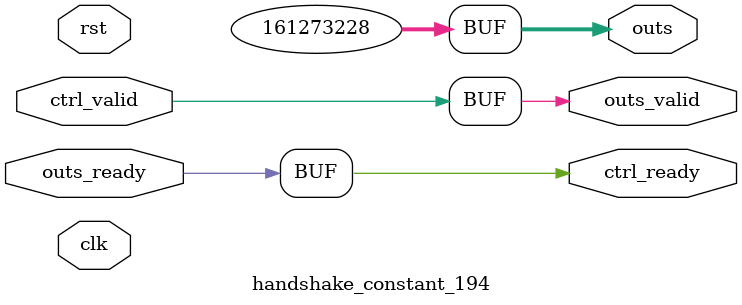
<source format=v>
`timescale 1ns / 1ps
module handshake_constant_194 #(
  parameter DATA_WIDTH = 32  // Default set to 32 bits
) (
  input                       clk,
  input                       rst,
  // Input Channel
  input                       ctrl_valid,
  output                      ctrl_ready,
  // Output Channel
  output [DATA_WIDTH - 1 : 0] outs,
  output                      outs_valid,
  input                       outs_ready
);
  assign outs       = 37'b0111000001001100111001101010110001100;
  assign outs_valid = ctrl_valid;
  assign ctrl_ready = outs_ready;

endmodule

</source>
